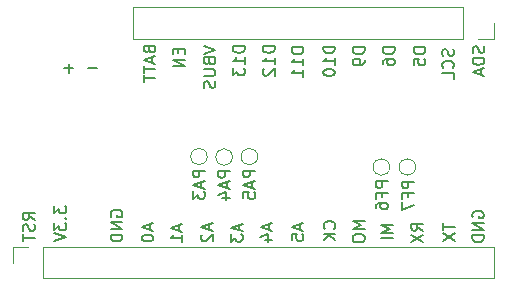
<source format=gbr>
G04 #@! TF.GenerationSoftware,KiCad,Pcbnew,5.1.2-f72e74a~84~ubuntu19.04.1*
G04 #@! TF.CreationDate,2019-06-07T10:09:53+02:00*
G04 #@! TF.ProjectId,efr32_feather,65667233-325f-4666-9561-746865722e6b,0.2*
G04 #@! TF.SameCoordinates,Original*
G04 #@! TF.FileFunction,Legend,Bot*
G04 #@! TF.FilePolarity,Positive*
%FSLAX46Y46*%
G04 Gerber Fmt 4.6, Leading zero omitted, Abs format (unit mm)*
G04 Created by KiCad (PCBNEW 5.1.2-f72e74a~84~ubuntu19.04.1) date 2019-06-07 10:09:53*
%MOMM*%
%LPD*%
G04 APERTURE LIST*
%ADD10C,0.150000*%
%ADD11C,0.120000*%
G04 APERTURE END LIST*
D10*
X158940452Y-133484928D02*
X158178547Y-133484928D01*
X156908452Y-133484928D02*
X156146547Y-133484928D01*
X156527500Y-133865880D02*
X156527500Y-133103976D01*
X163314071Y-131913452D02*
X163361690Y-132056309D01*
X163409309Y-132103928D01*
X163504547Y-132151547D01*
X163647404Y-132151547D01*
X163742642Y-132103928D01*
X163790261Y-132056309D01*
X163837880Y-131961071D01*
X163837880Y-131580119D01*
X162837880Y-131580119D01*
X162837880Y-131913452D01*
X162885500Y-132008690D01*
X162933119Y-132056309D01*
X163028357Y-132103928D01*
X163123595Y-132103928D01*
X163218833Y-132056309D01*
X163266452Y-132008690D01*
X163314071Y-131913452D01*
X163314071Y-131580119D01*
X163552166Y-132532500D02*
X163552166Y-133008690D01*
X163837880Y-132437261D02*
X162837880Y-132770595D01*
X163837880Y-133103928D01*
X162837880Y-133294404D02*
X162837880Y-133865833D01*
X163837880Y-133580119D02*
X162837880Y-133580119D01*
X162837880Y-134056309D02*
X162837880Y-134627738D01*
X163837880Y-134342023D02*
X162837880Y-134342023D01*
X165790571Y-131849904D02*
X165790571Y-132183238D01*
X166314380Y-132326095D02*
X166314380Y-131849904D01*
X165314380Y-131849904D01*
X165314380Y-132326095D01*
X166314380Y-132754666D02*
X165314380Y-132754666D01*
X166314380Y-133326095D01*
X165314380Y-133326095D01*
X167917880Y-131580166D02*
X168917880Y-131913500D01*
X167917880Y-132246833D01*
X168394071Y-132913500D02*
X168441690Y-133056357D01*
X168489309Y-133103976D01*
X168584547Y-133151595D01*
X168727404Y-133151595D01*
X168822642Y-133103976D01*
X168870261Y-133056357D01*
X168917880Y-132961119D01*
X168917880Y-132580166D01*
X167917880Y-132580166D01*
X167917880Y-132913500D01*
X167965500Y-133008738D01*
X168013119Y-133056357D01*
X168108357Y-133103976D01*
X168203595Y-133103976D01*
X168298833Y-133056357D01*
X168346452Y-133008738D01*
X168394071Y-132913500D01*
X168394071Y-132580166D01*
X167917880Y-133580166D02*
X168727404Y-133580166D01*
X168822642Y-133627785D01*
X168870261Y-133675404D01*
X168917880Y-133770642D01*
X168917880Y-133961119D01*
X168870261Y-134056357D01*
X168822642Y-134103976D01*
X168727404Y-134151595D01*
X167917880Y-134151595D01*
X168870261Y-134580166D02*
X168917880Y-134723023D01*
X168917880Y-134961119D01*
X168870261Y-135056357D01*
X168822642Y-135103976D01*
X168727404Y-135151595D01*
X168632166Y-135151595D01*
X168536928Y-135103976D01*
X168489309Y-135056357D01*
X168441690Y-134961119D01*
X168394071Y-134770642D01*
X168346452Y-134675404D01*
X168298833Y-134627785D01*
X168203595Y-134580166D01*
X168108357Y-134580166D01*
X168013119Y-134627785D01*
X167965500Y-134675404D01*
X167917880Y-134770642D01*
X167917880Y-135008738D01*
X167965500Y-135151595D01*
X171402380Y-131624214D02*
X170402380Y-131624214D01*
X170402380Y-131862309D01*
X170450000Y-132005166D01*
X170545238Y-132100404D01*
X170640476Y-132148023D01*
X170830952Y-132195642D01*
X170973809Y-132195642D01*
X171164285Y-132148023D01*
X171259523Y-132100404D01*
X171354761Y-132005166D01*
X171402380Y-131862309D01*
X171402380Y-131624214D01*
X171402380Y-133148023D02*
X171402380Y-132576595D01*
X171402380Y-132862309D02*
X170402380Y-132862309D01*
X170545238Y-132767071D01*
X170640476Y-132671833D01*
X170688095Y-132576595D01*
X170402380Y-133481357D02*
X170402380Y-134100404D01*
X170783333Y-133767071D01*
X170783333Y-133909928D01*
X170830952Y-134005166D01*
X170878571Y-134052785D01*
X170973809Y-134100404D01*
X171211904Y-134100404D01*
X171307142Y-134052785D01*
X171354761Y-134005166D01*
X171402380Y-133909928D01*
X171402380Y-133624214D01*
X171354761Y-133528976D01*
X171307142Y-133481357D01*
X173932380Y-131634214D02*
X172932380Y-131634214D01*
X172932380Y-131872309D01*
X172980000Y-132015166D01*
X173075238Y-132110404D01*
X173170476Y-132158023D01*
X173360952Y-132205642D01*
X173503809Y-132205642D01*
X173694285Y-132158023D01*
X173789523Y-132110404D01*
X173884761Y-132015166D01*
X173932380Y-131872309D01*
X173932380Y-131634214D01*
X173932380Y-133158023D02*
X173932380Y-132586595D01*
X173932380Y-132872309D02*
X172932380Y-132872309D01*
X173075238Y-132777071D01*
X173170476Y-132681833D01*
X173218095Y-132586595D01*
X173027619Y-133538976D02*
X172980000Y-133586595D01*
X172932380Y-133681833D01*
X172932380Y-133919928D01*
X172980000Y-134015166D01*
X173027619Y-134062785D01*
X173122857Y-134110404D01*
X173218095Y-134110404D01*
X173360952Y-134062785D01*
X173932380Y-133491357D01*
X173932380Y-134110404D01*
X176382380Y-131724214D02*
X175382380Y-131724214D01*
X175382380Y-131962309D01*
X175430000Y-132105166D01*
X175525238Y-132200404D01*
X175620476Y-132248023D01*
X175810952Y-132295642D01*
X175953809Y-132295642D01*
X176144285Y-132248023D01*
X176239523Y-132200404D01*
X176334761Y-132105166D01*
X176382380Y-131962309D01*
X176382380Y-131724214D01*
X176382380Y-133248023D02*
X176382380Y-132676595D01*
X176382380Y-132962309D02*
X175382380Y-132962309D01*
X175525238Y-132867071D01*
X175620476Y-132771833D01*
X175668095Y-132676595D01*
X176382380Y-134200404D02*
X176382380Y-133628976D01*
X176382380Y-133914690D02*
X175382380Y-133914690D01*
X175525238Y-133819452D01*
X175620476Y-133724214D01*
X175668095Y-133628976D01*
X179052380Y-131654214D02*
X178052380Y-131654214D01*
X178052380Y-131892309D01*
X178100000Y-132035166D01*
X178195238Y-132130404D01*
X178290476Y-132178023D01*
X178480952Y-132225642D01*
X178623809Y-132225642D01*
X178814285Y-132178023D01*
X178909523Y-132130404D01*
X179004761Y-132035166D01*
X179052380Y-131892309D01*
X179052380Y-131654214D01*
X179052380Y-133178023D02*
X179052380Y-132606595D01*
X179052380Y-132892309D02*
X178052380Y-132892309D01*
X178195238Y-132797071D01*
X178290476Y-132701833D01*
X178338095Y-132606595D01*
X178052380Y-133797071D02*
X178052380Y-133892309D01*
X178100000Y-133987547D01*
X178147619Y-134035166D01*
X178242857Y-134082785D01*
X178433333Y-134130404D01*
X178671428Y-134130404D01*
X178861904Y-134082785D01*
X178957142Y-134035166D01*
X179004761Y-133987547D01*
X179052380Y-133892309D01*
X179052380Y-133797071D01*
X179004761Y-133701833D01*
X178957142Y-133654214D01*
X178861904Y-133606595D01*
X178671428Y-133558976D01*
X178433333Y-133558976D01*
X178242857Y-133606595D01*
X178147619Y-133654214D01*
X178100000Y-133701833D01*
X178052380Y-133797071D01*
X181554380Y-131722904D02*
X180554380Y-131722904D01*
X180554380Y-131961000D01*
X180602000Y-132103857D01*
X180697238Y-132199095D01*
X180792476Y-132246714D01*
X180982952Y-132294333D01*
X181125809Y-132294333D01*
X181316285Y-132246714D01*
X181411523Y-132199095D01*
X181506761Y-132103857D01*
X181554380Y-131961000D01*
X181554380Y-131722904D01*
X181554380Y-132770523D02*
X181554380Y-132961000D01*
X181506761Y-133056238D01*
X181459142Y-133103857D01*
X181316285Y-133199095D01*
X181125809Y-133246714D01*
X180744857Y-133246714D01*
X180649619Y-133199095D01*
X180602000Y-133151476D01*
X180554380Y-133056238D01*
X180554380Y-132865761D01*
X180602000Y-132770523D01*
X180649619Y-132722904D01*
X180744857Y-132675285D01*
X180982952Y-132675285D01*
X181078190Y-132722904D01*
X181125809Y-132770523D01*
X181173428Y-132865761D01*
X181173428Y-133056238D01*
X181125809Y-133151476D01*
X181078190Y-133199095D01*
X180982952Y-133246714D01*
X184094380Y-131722904D02*
X183094380Y-131722904D01*
X183094380Y-131961000D01*
X183142000Y-132103857D01*
X183237238Y-132199095D01*
X183332476Y-132246714D01*
X183522952Y-132294333D01*
X183665809Y-132294333D01*
X183856285Y-132246714D01*
X183951523Y-132199095D01*
X184046761Y-132103857D01*
X184094380Y-131961000D01*
X184094380Y-131722904D01*
X183094380Y-133151476D02*
X183094380Y-132961000D01*
X183142000Y-132865761D01*
X183189619Y-132818142D01*
X183332476Y-132722904D01*
X183522952Y-132675285D01*
X183903904Y-132675285D01*
X183999142Y-132722904D01*
X184046761Y-132770523D01*
X184094380Y-132865761D01*
X184094380Y-133056238D01*
X184046761Y-133151476D01*
X183999142Y-133199095D01*
X183903904Y-133246714D01*
X183665809Y-133246714D01*
X183570571Y-133199095D01*
X183522952Y-133151476D01*
X183475333Y-133056238D01*
X183475333Y-132865761D01*
X183522952Y-132770523D01*
X183570571Y-132722904D01*
X183665809Y-132675285D01*
X186712380Y-131722904D02*
X185712380Y-131722904D01*
X185712380Y-131961000D01*
X185760000Y-132103857D01*
X185855238Y-132199095D01*
X185950476Y-132246714D01*
X186140952Y-132294333D01*
X186283809Y-132294333D01*
X186474285Y-132246714D01*
X186569523Y-132199095D01*
X186664761Y-132103857D01*
X186712380Y-131961000D01*
X186712380Y-131722904D01*
X185712380Y-133199095D02*
X185712380Y-132722904D01*
X186188571Y-132675285D01*
X186140952Y-132722904D01*
X186093333Y-132818142D01*
X186093333Y-133056238D01*
X186140952Y-133151476D01*
X186188571Y-133199095D01*
X186283809Y-133246714D01*
X186521904Y-133246714D01*
X186617142Y-133199095D01*
X186664761Y-133151476D01*
X186712380Y-133056238D01*
X186712380Y-132818142D01*
X186664761Y-132722904D01*
X186617142Y-132675285D01*
X189064761Y-131888023D02*
X189112380Y-132030880D01*
X189112380Y-132268976D01*
X189064761Y-132364214D01*
X189017142Y-132411833D01*
X188921904Y-132459452D01*
X188826666Y-132459452D01*
X188731428Y-132411833D01*
X188683809Y-132364214D01*
X188636190Y-132268976D01*
X188588571Y-132078500D01*
X188540952Y-131983261D01*
X188493333Y-131935642D01*
X188398095Y-131888023D01*
X188302857Y-131888023D01*
X188207619Y-131935642D01*
X188160000Y-131983261D01*
X188112380Y-132078500D01*
X188112380Y-132316595D01*
X188160000Y-132459452D01*
X189017142Y-133459452D02*
X189064761Y-133411833D01*
X189112380Y-133268976D01*
X189112380Y-133173738D01*
X189064761Y-133030880D01*
X188969523Y-132935642D01*
X188874285Y-132888023D01*
X188683809Y-132840404D01*
X188540952Y-132840404D01*
X188350476Y-132888023D01*
X188255238Y-132935642D01*
X188160000Y-133030880D01*
X188112380Y-133173738D01*
X188112380Y-133268976D01*
X188160000Y-133411833D01*
X188207619Y-133459452D01*
X189112380Y-134364214D02*
X189112380Y-133888023D01*
X188112380Y-133888023D01*
X191644761Y-131624214D02*
X191692380Y-131767071D01*
X191692380Y-132005166D01*
X191644761Y-132100404D01*
X191597142Y-132148023D01*
X191501904Y-132195642D01*
X191406666Y-132195642D01*
X191311428Y-132148023D01*
X191263809Y-132100404D01*
X191216190Y-132005166D01*
X191168571Y-131814690D01*
X191120952Y-131719452D01*
X191073333Y-131671833D01*
X190978095Y-131624214D01*
X190882857Y-131624214D01*
X190787619Y-131671833D01*
X190740000Y-131719452D01*
X190692380Y-131814690D01*
X190692380Y-132052785D01*
X190740000Y-132195642D01*
X191692380Y-132624214D02*
X190692380Y-132624214D01*
X190692380Y-132862309D01*
X190740000Y-133005166D01*
X190835238Y-133100404D01*
X190930476Y-133148023D01*
X191120952Y-133195642D01*
X191263809Y-133195642D01*
X191454285Y-133148023D01*
X191549523Y-133100404D01*
X191644761Y-133005166D01*
X191692380Y-132862309D01*
X191692380Y-132624214D01*
X191406666Y-133576595D02*
X191406666Y-134052785D01*
X191692380Y-133481357D02*
X190692380Y-133814690D01*
X191692380Y-134148023D01*
X190698500Y-146113595D02*
X190650880Y-146018357D01*
X190650880Y-145875500D01*
X190698500Y-145732642D01*
X190793738Y-145637404D01*
X190888976Y-145589785D01*
X191079452Y-145542166D01*
X191222309Y-145542166D01*
X191412785Y-145589785D01*
X191508023Y-145637404D01*
X191603261Y-145732642D01*
X191650880Y-145875500D01*
X191650880Y-145970738D01*
X191603261Y-146113595D01*
X191555642Y-146161214D01*
X191222309Y-146161214D01*
X191222309Y-145970738D01*
X191650880Y-146589785D02*
X190650880Y-146589785D01*
X191650880Y-147161214D01*
X190650880Y-147161214D01*
X191650880Y-147637404D02*
X190650880Y-147637404D01*
X190650880Y-147875500D01*
X190698500Y-148018357D01*
X190793738Y-148113595D01*
X190888976Y-148161214D01*
X191079452Y-148208833D01*
X191222309Y-148208833D01*
X191412785Y-148161214D01*
X191508023Y-148113595D01*
X191603261Y-148018357D01*
X191650880Y-147875500D01*
X191650880Y-147637404D01*
X188178880Y-146610595D02*
X188178880Y-147182023D01*
X189178880Y-146896309D02*
X188178880Y-146896309D01*
X188178880Y-147420119D02*
X189178880Y-148086785D01*
X188178880Y-148086785D02*
X189178880Y-147420119D01*
X186508880Y-147235833D02*
X186032690Y-146902500D01*
X186508880Y-146664404D02*
X185508880Y-146664404D01*
X185508880Y-147045357D01*
X185556500Y-147140595D01*
X185604119Y-147188214D01*
X185699357Y-147235833D01*
X185842214Y-147235833D01*
X185937452Y-147188214D01*
X185985071Y-147140595D01*
X186032690Y-147045357D01*
X186032690Y-146664404D01*
X185508880Y-147569166D02*
X186508880Y-148235833D01*
X185508880Y-148235833D02*
X186508880Y-147569166D01*
X183967380Y-146748571D02*
X182967380Y-146748571D01*
X183681666Y-147081904D01*
X182967380Y-147415238D01*
X183967380Y-147415238D01*
X183967380Y-147891428D02*
X182967380Y-147891428D01*
X181554380Y-146462857D02*
X180554380Y-146462857D01*
X181268666Y-146796190D01*
X180554380Y-147129523D01*
X181554380Y-147129523D01*
X180554380Y-147796190D02*
X180554380Y-147986666D01*
X180602000Y-148081904D01*
X180697238Y-148177142D01*
X180887714Y-148224761D01*
X181221047Y-148224761D01*
X181411523Y-148177142D01*
X181506761Y-148081904D01*
X181554380Y-147986666D01*
X181554380Y-147796190D01*
X181506761Y-147700952D01*
X181411523Y-147605714D01*
X181221047Y-147558095D01*
X180887714Y-147558095D01*
X180697238Y-147605714D01*
X180602000Y-147700952D01*
X180554380Y-147796190D01*
X178982642Y-147066023D02*
X179030261Y-147018404D01*
X179077880Y-146875547D01*
X179077880Y-146780309D01*
X179030261Y-146637452D01*
X178935023Y-146542214D01*
X178839785Y-146494595D01*
X178649309Y-146446976D01*
X178506452Y-146446976D01*
X178315976Y-146494595D01*
X178220738Y-146542214D01*
X178125500Y-146637452D01*
X178077880Y-146780309D01*
X178077880Y-146875547D01*
X178125500Y-147018404D01*
X178173119Y-147066023D01*
X179077880Y-147494595D02*
X178077880Y-147494595D01*
X179077880Y-148066023D02*
X178506452Y-147637452D01*
X178077880Y-148066023D02*
X178649309Y-147494595D01*
X176083166Y-146658214D02*
X176083166Y-147134404D01*
X176368880Y-146562976D02*
X175368880Y-146896309D01*
X176368880Y-147229642D01*
X175368880Y-148039166D02*
X175368880Y-147562976D01*
X175845071Y-147515357D01*
X175797452Y-147562976D01*
X175749833Y-147658214D01*
X175749833Y-147896309D01*
X175797452Y-147991547D01*
X175845071Y-148039166D01*
X175940309Y-148086785D01*
X176178404Y-148086785D01*
X176273642Y-148039166D01*
X176321261Y-147991547D01*
X176368880Y-147896309D01*
X176368880Y-147658214D01*
X176321261Y-147562976D01*
X176273642Y-147515357D01*
X173463166Y-146698214D02*
X173463166Y-147174404D01*
X173748880Y-146602976D02*
X172748880Y-146936309D01*
X173748880Y-147269642D01*
X173082214Y-148031547D02*
X173748880Y-148031547D01*
X172701261Y-147793452D02*
X173415547Y-147555357D01*
X173415547Y-148174404D01*
X170943166Y-146738214D02*
X170943166Y-147214404D01*
X171228880Y-146642976D02*
X170228880Y-146976309D01*
X171228880Y-147309642D01*
X170228880Y-147547738D02*
X170228880Y-148166785D01*
X170609833Y-147833452D01*
X170609833Y-147976309D01*
X170657452Y-148071547D01*
X170705071Y-148119166D01*
X170800309Y-148166785D01*
X171038404Y-148166785D01*
X171133642Y-148119166D01*
X171181261Y-148071547D01*
X171228880Y-147976309D01*
X171228880Y-147690595D01*
X171181261Y-147595357D01*
X171133642Y-147547738D01*
X168423166Y-146728214D02*
X168423166Y-147204404D01*
X168708880Y-146632976D02*
X167708880Y-146966309D01*
X168708880Y-147299642D01*
X167804119Y-147585357D02*
X167756500Y-147632976D01*
X167708880Y-147728214D01*
X167708880Y-147966309D01*
X167756500Y-148061547D01*
X167804119Y-148109166D01*
X167899357Y-148156785D01*
X167994595Y-148156785D01*
X168137452Y-148109166D01*
X168708880Y-147537738D01*
X168708880Y-148156785D01*
X165853166Y-146758214D02*
X165853166Y-147234404D01*
X166138880Y-146662976D02*
X165138880Y-146996309D01*
X166138880Y-147329642D01*
X166138880Y-148186785D02*
X166138880Y-147615357D01*
X166138880Y-147901071D02*
X165138880Y-147901071D01*
X165281738Y-147805833D01*
X165376976Y-147710595D01*
X165424595Y-147615357D01*
X163393166Y-146728214D02*
X163393166Y-147204404D01*
X163678880Y-146632976D02*
X162678880Y-146966309D01*
X163678880Y-147299642D01*
X162678880Y-147823452D02*
X162678880Y-147918690D01*
X162726500Y-148013928D01*
X162774119Y-148061547D01*
X162869357Y-148109166D01*
X163059833Y-148156785D01*
X163297928Y-148156785D01*
X163488404Y-148109166D01*
X163583642Y-148061547D01*
X163631261Y-148013928D01*
X163678880Y-147918690D01*
X163678880Y-147823452D01*
X163631261Y-147728214D01*
X163583642Y-147680595D01*
X163488404Y-147632976D01*
X163297928Y-147585357D01*
X163059833Y-147585357D01*
X162869357Y-147632976D01*
X162774119Y-147680595D01*
X162726500Y-147728214D01*
X162678880Y-147823452D01*
X160091500Y-146050095D02*
X160043880Y-145954857D01*
X160043880Y-145812000D01*
X160091500Y-145669142D01*
X160186738Y-145573904D01*
X160281976Y-145526285D01*
X160472452Y-145478666D01*
X160615309Y-145478666D01*
X160805785Y-145526285D01*
X160901023Y-145573904D01*
X160996261Y-145669142D01*
X161043880Y-145812000D01*
X161043880Y-145907238D01*
X160996261Y-146050095D01*
X160948642Y-146097714D01*
X160615309Y-146097714D01*
X160615309Y-145907238D01*
X161043880Y-146526285D02*
X160043880Y-146526285D01*
X161043880Y-147097714D01*
X160043880Y-147097714D01*
X161043880Y-147573904D02*
X160043880Y-147573904D01*
X160043880Y-147812000D01*
X160091500Y-147954857D01*
X160186738Y-148050095D01*
X160281976Y-148097714D01*
X160472452Y-148145333D01*
X160615309Y-148145333D01*
X160805785Y-148097714D01*
X160901023Y-148050095D01*
X160996261Y-147954857D01*
X161043880Y-147812000D01*
X161043880Y-147573904D01*
X155281380Y-145145309D02*
X155281380Y-145764357D01*
X155662333Y-145431023D01*
X155662333Y-145573880D01*
X155709952Y-145669119D01*
X155757571Y-145716738D01*
X155852809Y-145764357D01*
X156090904Y-145764357D01*
X156186142Y-145716738D01*
X156233761Y-145669119D01*
X156281380Y-145573880D01*
X156281380Y-145288166D01*
X156233761Y-145192928D01*
X156186142Y-145145309D01*
X156186142Y-146192928D02*
X156233761Y-146240547D01*
X156281380Y-146192928D01*
X156233761Y-146145309D01*
X156186142Y-146192928D01*
X156281380Y-146192928D01*
X155281380Y-146573880D02*
X155281380Y-147192928D01*
X155662333Y-146859595D01*
X155662333Y-147002452D01*
X155709952Y-147097690D01*
X155757571Y-147145309D01*
X155852809Y-147192928D01*
X156090904Y-147192928D01*
X156186142Y-147145309D01*
X156233761Y-147097690D01*
X156281380Y-147002452D01*
X156281380Y-146716738D01*
X156233761Y-146621500D01*
X156186142Y-146573880D01*
X155281380Y-147478642D02*
X156281380Y-147811976D01*
X155281380Y-148145309D01*
X153614380Y-146327880D02*
X153138190Y-145994547D01*
X153614380Y-145756452D02*
X152614380Y-145756452D01*
X152614380Y-146137404D01*
X152662000Y-146232642D01*
X152709619Y-146280261D01*
X152804857Y-146327880D01*
X152947714Y-146327880D01*
X153042952Y-146280261D01*
X153090571Y-146232642D01*
X153138190Y-146137404D01*
X153138190Y-145756452D01*
X153566761Y-146708833D02*
X153614380Y-146851690D01*
X153614380Y-147089785D01*
X153566761Y-147185023D01*
X153519142Y-147232642D01*
X153423904Y-147280261D01*
X153328666Y-147280261D01*
X153233428Y-147232642D01*
X153185809Y-147185023D01*
X153138190Y-147089785D01*
X153090571Y-146899309D01*
X153042952Y-146804071D01*
X152995333Y-146756452D01*
X152900095Y-146708833D01*
X152804857Y-146708833D01*
X152709619Y-146756452D01*
X152662000Y-146804071D01*
X152614380Y-146899309D01*
X152614380Y-147137404D01*
X152662000Y-147280261D01*
X152614380Y-147565976D02*
X152614380Y-148137404D01*
X153614380Y-147851690D02*
X152614380Y-147851690D01*
D11*
X168230000Y-140970000D02*
G75*
G03X168230000Y-140970000I-700000J0D01*
G01*
X170360000Y-141010000D02*
G75*
G03X170360000Y-141010000I-700000J0D01*
G01*
X172500000Y-140970000D02*
G75*
G03X172500000Y-140970000I-700000J0D01*
G01*
X185880000Y-141850000D02*
G75*
G03X185880000Y-141850000I-700000J0D01*
G01*
X183680000Y-141860000D02*
G75*
G03X183680000Y-141860000I-700000J0D01*
G01*
X192530000Y-130980000D02*
X192530000Y-129650000D01*
X191200000Y-130980000D02*
X192530000Y-130980000D01*
X189930000Y-130980000D02*
X189930000Y-128320000D01*
X189930000Y-128320000D02*
X161930000Y-128320000D01*
X189930000Y-130980000D02*
X161930000Y-130980000D01*
X161930000Y-130980000D02*
X161930000Y-128320000D01*
X151770000Y-148630000D02*
X151770000Y-149960000D01*
X153100000Y-148630000D02*
X151770000Y-148630000D01*
X154370000Y-148630000D02*
X154370000Y-151290000D01*
X154370000Y-151290000D02*
X192530000Y-151290000D01*
X154370000Y-148630000D02*
X192530000Y-148630000D01*
X192530000Y-148630000D02*
X192530000Y-151290000D01*
D10*
X168032380Y-142153333D02*
X167032380Y-142153333D01*
X167032380Y-142534285D01*
X167080000Y-142629523D01*
X167127619Y-142677142D01*
X167222857Y-142724761D01*
X167365714Y-142724761D01*
X167460952Y-142677142D01*
X167508571Y-142629523D01*
X167556190Y-142534285D01*
X167556190Y-142153333D01*
X167746666Y-143105714D02*
X167746666Y-143581904D01*
X168032380Y-143010476D02*
X167032380Y-143343809D01*
X168032380Y-143677142D01*
X167032380Y-143915238D02*
X167032380Y-144534285D01*
X167413333Y-144200952D01*
X167413333Y-144343809D01*
X167460952Y-144439047D01*
X167508571Y-144486666D01*
X167603809Y-144534285D01*
X167841904Y-144534285D01*
X167937142Y-144486666D01*
X167984761Y-144439047D01*
X168032380Y-144343809D01*
X168032380Y-144058095D01*
X167984761Y-143962857D01*
X167937142Y-143915238D01*
X170182380Y-142193333D02*
X169182380Y-142193333D01*
X169182380Y-142574285D01*
X169230000Y-142669523D01*
X169277619Y-142717142D01*
X169372857Y-142764761D01*
X169515714Y-142764761D01*
X169610952Y-142717142D01*
X169658571Y-142669523D01*
X169706190Y-142574285D01*
X169706190Y-142193333D01*
X169896666Y-143145714D02*
X169896666Y-143621904D01*
X170182380Y-143050476D02*
X169182380Y-143383809D01*
X170182380Y-143717142D01*
X169515714Y-144479047D02*
X170182380Y-144479047D01*
X169134761Y-144240952D02*
X169849047Y-144002857D01*
X169849047Y-144621904D01*
X172292380Y-142153333D02*
X171292380Y-142153333D01*
X171292380Y-142534285D01*
X171340000Y-142629523D01*
X171387619Y-142677142D01*
X171482857Y-142724761D01*
X171625714Y-142724761D01*
X171720952Y-142677142D01*
X171768571Y-142629523D01*
X171816190Y-142534285D01*
X171816190Y-142153333D01*
X172006666Y-143105714D02*
X172006666Y-143581904D01*
X172292380Y-143010476D02*
X171292380Y-143343809D01*
X172292380Y-143677142D01*
X171292380Y-144486666D02*
X171292380Y-144010476D01*
X171768571Y-143962857D01*
X171720952Y-144010476D01*
X171673333Y-144105714D01*
X171673333Y-144343809D01*
X171720952Y-144439047D01*
X171768571Y-144486666D01*
X171863809Y-144534285D01*
X172101904Y-144534285D01*
X172197142Y-144486666D01*
X172244761Y-144439047D01*
X172292380Y-144343809D01*
X172292380Y-144105714D01*
X172244761Y-144010476D01*
X172197142Y-143962857D01*
X185722380Y-143083333D02*
X184722380Y-143083333D01*
X184722380Y-143464285D01*
X184770000Y-143559523D01*
X184817619Y-143607142D01*
X184912857Y-143654761D01*
X185055714Y-143654761D01*
X185150952Y-143607142D01*
X185198571Y-143559523D01*
X185246190Y-143464285D01*
X185246190Y-143083333D01*
X185198571Y-144416666D02*
X185198571Y-144083333D01*
X185722380Y-144083333D02*
X184722380Y-144083333D01*
X184722380Y-144559523D01*
X184722380Y-144845238D02*
X184722380Y-145511904D01*
X185722380Y-145083333D01*
X183512380Y-143053333D02*
X182512380Y-143053333D01*
X182512380Y-143434285D01*
X182560000Y-143529523D01*
X182607619Y-143577142D01*
X182702857Y-143624761D01*
X182845714Y-143624761D01*
X182940952Y-143577142D01*
X182988571Y-143529523D01*
X183036190Y-143434285D01*
X183036190Y-143053333D01*
X182988571Y-144386666D02*
X182988571Y-144053333D01*
X183512380Y-144053333D02*
X182512380Y-144053333D01*
X182512380Y-144529523D01*
X182512380Y-145339047D02*
X182512380Y-145148571D01*
X182560000Y-145053333D01*
X182607619Y-145005714D01*
X182750476Y-144910476D01*
X182940952Y-144862857D01*
X183321904Y-144862857D01*
X183417142Y-144910476D01*
X183464761Y-144958095D01*
X183512380Y-145053333D01*
X183512380Y-145243809D01*
X183464761Y-145339047D01*
X183417142Y-145386666D01*
X183321904Y-145434285D01*
X183083809Y-145434285D01*
X182988571Y-145386666D01*
X182940952Y-145339047D01*
X182893333Y-145243809D01*
X182893333Y-145053333D01*
X182940952Y-144958095D01*
X182988571Y-144910476D01*
X183083809Y-144862857D01*
M02*

</source>
